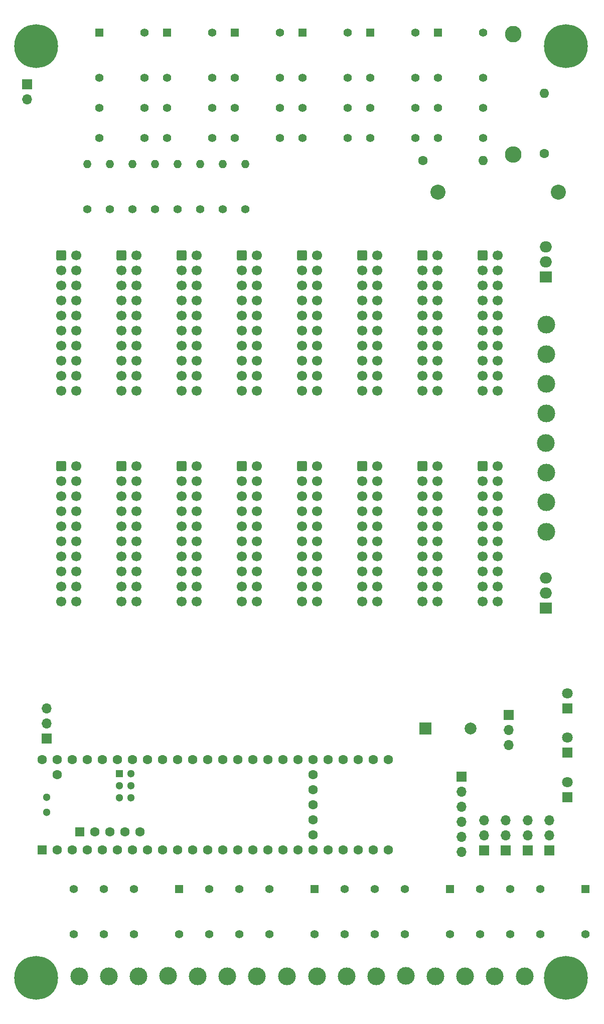
<source format=gbs>
G04 #@! TF.GenerationSoftware,KiCad,Pcbnew,8.0.4-rc2*
G04 #@! TF.CreationDate,2024-08-04T20:40:07-05:00*
G04 #@! TF.ProjectId,backplane_tracer_driver,6261636b-706c-4616-9e65-5f7472616365,rev?*
G04 #@! TF.SameCoordinates,Original*
G04 #@! TF.FileFunction,Soldermask,Bot*
G04 #@! TF.FilePolarity,Negative*
%FSLAX46Y46*%
G04 Gerber Fmt 4.6, Leading zero omitted, Abs format (unit mm)*
G04 Created by KiCad (PCBNEW 8.0.4-rc2) date 2024-08-04 20:40:07*
%MOMM*%
%LPD*%
G01*
G04 APERTURE LIST*
G04 Aperture macros list*
%AMRoundRect*
0 Rectangle with rounded corners*
0 $1 Rounding radius*
0 $2 $3 $4 $5 $6 $7 $8 $9 X,Y pos of 4 corners*
0 Add a 4 corners polygon primitive as box body*
4,1,4,$2,$3,$4,$5,$6,$7,$8,$9,$2,$3,0*
0 Add four circle primitives for the rounded corners*
1,1,$1+$1,$2,$3*
1,1,$1+$1,$4,$5*
1,1,$1+$1,$6,$7*
1,1,$1+$1,$8,$9*
0 Add four rect primitives between the rounded corners*
20,1,$1+$1,$2,$3,$4,$5,0*
20,1,$1+$1,$4,$5,$6,$7,0*
20,1,$1+$1,$6,$7,$8,$9,0*
20,1,$1+$1,$8,$9,$2,$3,0*%
G04 Aperture macros list end*
%ADD10R,1.700000X1.700000*%
%ADD11O,1.700000X1.700000*%
%ADD12R,1.400000X1.400000*%
%ADD13C,1.400000*%
%ADD14RoundRect,0.250000X-0.600000X-0.600000X0.600000X-0.600000X0.600000X0.600000X-0.600000X0.600000X0*%
%ADD15C,1.700000*%
%ADD16C,0.800000*%
%ADD17C,7.400000*%
%ADD18R,2.000000X1.905000*%
%ADD19O,2.000000X1.905000*%
%ADD20O,1.400000X1.400000*%
%ADD21C,1.600000*%
%ADD22O,1.600000X1.600000*%
%ADD23C,2.540000*%
%ADD24C,2.800000*%
%ADD25O,2.800000X2.800000*%
%ADD26R,1.600000X1.600000*%
%ADD27R,1.300000X1.300000*%
%ADD28C,1.300000*%
%ADD29C,3.000000*%
%ADD30R,2.000000X2.000000*%
%ADD31C,2.000000*%
%ADD32R,1.800000X1.800000*%
%ADD33C,1.800000*%
G04 APERTURE END LIST*
D10*
X93599000Y-108331000D03*
D11*
X93599000Y-110871000D03*
X93599000Y-113411000D03*
X93599000Y-115951000D03*
X93599000Y-118491000D03*
X93599000Y-121031000D03*
D10*
X20320000Y8514000D03*
D11*
X20320000Y5974000D03*
D10*
X104775000Y-120762000D03*
D11*
X104775000Y-118222000D03*
X104775000Y-115682000D03*
D10*
X108458000Y-120762000D03*
D11*
X108458000Y-118222000D03*
X108458000Y-115682000D03*
D10*
X101092000Y-120762000D03*
D11*
X101092000Y-118222000D03*
X101092000Y-115682000D03*
D10*
X97409000Y-120762000D03*
D11*
X97409000Y-118222000D03*
X97409000Y-115682000D03*
D10*
X23622000Y-101839000D03*
D11*
X23622000Y-99299000D03*
X23622000Y-96759000D03*
D12*
X91694000Y-127254000D03*
D13*
X84074000Y-127254000D03*
X78994000Y-127254000D03*
X73914000Y-127254000D03*
X73914000Y-134874000D03*
X78994000Y-134874000D03*
X84074000Y-134874000D03*
X91694000Y-134874000D03*
D12*
X45974000Y-127254000D03*
D13*
X38354000Y-127254000D03*
X33274000Y-127254000D03*
X28194000Y-127254000D03*
X28194000Y-134874000D03*
X33274000Y-134874000D03*
X38354000Y-134874000D03*
X45974000Y-134874000D03*
D12*
X114554000Y-127254000D03*
D13*
X106934000Y-127254000D03*
X101854000Y-127254000D03*
X96774000Y-127254000D03*
X96774000Y-134874000D03*
X101854000Y-134874000D03*
X106934000Y-134874000D03*
X114554000Y-134874000D03*
D12*
X68834000Y-127254000D03*
D13*
X61214000Y-127254000D03*
X56134000Y-127254000D03*
X51054000Y-127254000D03*
X51054000Y-134874000D03*
X56134000Y-134874000D03*
X61214000Y-134874000D03*
X68834000Y-134874000D03*
D12*
X66802000Y17272000D03*
D13*
X66802000Y9652000D03*
X66802000Y4572000D03*
X66802000Y-508000D03*
X74422000Y-508000D03*
X74422000Y4572000D03*
X74422000Y9652000D03*
X74422000Y17272000D03*
D12*
X78232000Y17272000D03*
D13*
X78232000Y9652000D03*
X78232000Y4572000D03*
X78232000Y-508000D03*
X85852000Y-508000D03*
X85852000Y4572000D03*
X85852000Y9652000D03*
X85852000Y17272000D03*
D12*
X55372000Y17272000D03*
D13*
X55372000Y9652000D03*
X55372000Y4572000D03*
X55372000Y-508000D03*
X62992000Y-508000D03*
X62992000Y4572000D03*
X62992000Y9652000D03*
X62992000Y17272000D03*
D12*
X89662000Y17272000D03*
D13*
X89662000Y9652000D03*
X89662000Y4572000D03*
X89662000Y-508000D03*
X97282000Y-508000D03*
X97282000Y4572000D03*
X97282000Y9652000D03*
X97282000Y17272000D03*
D12*
X32512000Y17272000D03*
D13*
X32512000Y9652000D03*
X32512000Y4572000D03*
X32512000Y-508000D03*
X40132000Y-508000D03*
X40132000Y4572000D03*
X40132000Y9652000D03*
X40132000Y17272000D03*
D12*
X43942000Y17272000D03*
D13*
X43942000Y9652000D03*
X43942000Y4572000D03*
X43942000Y-508000D03*
X51562000Y-508000D03*
X51562000Y4572000D03*
X51562000Y9652000D03*
X51562000Y17272000D03*
D14*
X97155000Y-20320000D03*
D15*
X99695000Y-20320000D03*
X97155000Y-22860000D03*
X99695000Y-22860000D03*
X97155000Y-25400000D03*
X99695000Y-25400000D03*
X97155000Y-27940000D03*
X99695000Y-27940000D03*
X97155000Y-30480000D03*
X99695000Y-30480000D03*
X97155000Y-33020000D03*
X99695000Y-33020000D03*
X97155000Y-35560000D03*
X99695000Y-35560000D03*
X97155000Y-38100000D03*
X99695000Y-38100000D03*
X97155000Y-40640000D03*
X99695000Y-40640000D03*
X97155000Y-43180000D03*
X99695000Y-43180000D03*
D14*
X97155000Y-55880000D03*
D15*
X99695000Y-55880000D03*
X97155000Y-58420000D03*
X99695000Y-58420000D03*
X97155000Y-60960000D03*
X99695000Y-60960000D03*
X97155000Y-63500000D03*
X99695000Y-63500000D03*
X97155000Y-66040000D03*
X99695000Y-66040000D03*
X97155000Y-68580000D03*
X99695000Y-68580000D03*
X97155000Y-71120000D03*
X99695000Y-71120000D03*
X97155000Y-73660000D03*
X99695000Y-73660000D03*
X97155000Y-76200000D03*
X99695000Y-76200000D03*
X97155000Y-78740000D03*
X99695000Y-78740000D03*
D14*
X86995000Y-20320000D03*
D15*
X89535000Y-20320000D03*
X86995000Y-22860000D03*
X89535000Y-22860000D03*
X86995000Y-25400000D03*
X89535000Y-25400000D03*
X86995000Y-27940000D03*
X89535000Y-27940000D03*
X86995000Y-30480000D03*
X89535000Y-30480000D03*
X86995000Y-33020000D03*
X89535000Y-33020000D03*
X86995000Y-35560000D03*
X89535000Y-35560000D03*
X86995000Y-38100000D03*
X89535000Y-38100000D03*
X86995000Y-40640000D03*
X89535000Y-40640000D03*
X86995000Y-43180000D03*
X89535000Y-43180000D03*
D14*
X86995000Y-55880000D03*
D15*
X89535000Y-55880000D03*
X86995000Y-58420000D03*
X89535000Y-58420000D03*
X86995000Y-60960000D03*
X89535000Y-60960000D03*
X86995000Y-63500000D03*
X89535000Y-63500000D03*
X86995000Y-66040000D03*
X89535000Y-66040000D03*
X86995000Y-68580000D03*
X89535000Y-68580000D03*
X86995000Y-71120000D03*
X89535000Y-71120000D03*
X86995000Y-73660000D03*
X89535000Y-73660000D03*
X86995000Y-76200000D03*
X89535000Y-76200000D03*
X86995000Y-78740000D03*
X89535000Y-78740000D03*
D14*
X76835000Y-20320000D03*
D15*
X79375000Y-20320000D03*
X76835000Y-22860000D03*
X79375000Y-22860000D03*
X76835000Y-25400000D03*
X79375000Y-25400000D03*
X76835000Y-27940000D03*
X79375000Y-27940000D03*
X76835000Y-30480000D03*
X79375000Y-30480000D03*
X76835000Y-33020000D03*
X79375000Y-33020000D03*
X76835000Y-35560000D03*
X79375000Y-35560000D03*
X76835000Y-38100000D03*
X79375000Y-38100000D03*
X76835000Y-40640000D03*
X79375000Y-40640000D03*
X76835000Y-43180000D03*
X79375000Y-43180000D03*
D14*
X76835000Y-55880000D03*
D15*
X79375000Y-55880000D03*
X76835000Y-58420000D03*
X79375000Y-58420000D03*
X76835000Y-60960000D03*
X79375000Y-60960000D03*
X76835000Y-63500000D03*
X79375000Y-63500000D03*
X76835000Y-66040000D03*
X79375000Y-66040000D03*
X76835000Y-68580000D03*
X79375000Y-68580000D03*
X76835000Y-71120000D03*
X79375000Y-71120000D03*
X76835000Y-73660000D03*
X79375000Y-73660000D03*
X76835000Y-76200000D03*
X79375000Y-76200000D03*
X76835000Y-78740000D03*
X79375000Y-78740000D03*
D14*
X66675000Y-20320000D03*
D15*
X69215000Y-20320000D03*
X66675000Y-22860000D03*
X69215000Y-22860000D03*
X66675000Y-25400000D03*
X69215000Y-25400000D03*
X66675000Y-27940000D03*
X69215000Y-27940000D03*
X66675000Y-30480000D03*
X69215000Y-30480000D03*
X66675000Y-33020000D03*
X69215000Y-33020000D03*
X66675000Y-35560000D03*
X69215000Y-35560000D03*
X66675000Y-38100000D03*
X69215000Y-38100000D03*
X66675000Y-40640000D03*
X69215000Y-40640000D03*
X66675000Y-43180000D03*
X69215000Y-43180000D03*
D14*
X66675000Y-55880000D03*
D15*
X69215000Y-55880000D03*
X66675000Y-58420000D03*
X69215000Y-58420000D03*
X66675000Y-60960000D03*
X69215000Y-60960000D03*
X66675000Y-63500000D03*
X69215000Y-63500000D03*
X66675000Y-66040000D03*
X69215000Y-66040000D03*
X66675000Y-68580000D03*
X69215000Y-68580000D03*
X66675000Y-71120000D03*
X69215000Y-71120000D03*
X66675000Y-73660000D03*
X69215000Y-73660000D03*
X66675000Y-76200000D03*
X69215000Y-76200000D03*
X66675000Y-78740000D03*
X69215000Y-78740000D03*
D14*
X56515000Y-20320000D03*
D15*
X59055000Y-20320000D03*
X56515000Y-22860000D03*
X59055000Y-22860000D03*
X56515000Y-25400000D03*
X59055000Y-25400000D03*
X56515000Y-27940000D03*
X59055000Y-27940000D03*
X56515000Y-30480000D03*
X59055000Y-30480000D03*
X56515000Y-33020000D03*
X59055000Y-33020000D03*
X56515000Y-35560000D03*
X59055000Y-35560000D03*
X56515000Y-38100000D03*
X59055000Y-38100000D03*
X56515000Y-40640000D03*
X59055000Y-40640000D03*
X56515000Y-43180000D03*
X59055000Y-43180000D03*
D14*
X56515000Y-55880000D03*
D15*
X59055000Y-55880000D03*
X56515000Y-58420000D03*
X59055000Y-58420000D03*
X56515000Y-60960000D03*
X59055000Y-60960000D03*
X56515000Y-63500000D03*
X59055000Y-63500000D03*
X56515000Y-66040000D03*
X59055000Y-66040000D03*
X56515000Y-68580000D03*
X59055000Y-68580000D03*
X56515000Y-71120000D03*
X59055000Y-71120000D03*
X56515000Y-73660000D03*
X59055000Y-73660000D03*
X56515000Y-76200000D03*
X59055000Y-76200000D03*
X56515000Y-78740000D03*
X59055000Y-78740000D03*
D14*
X46355000Y-20320000D03*
D15*
X48895000Y-20320000D03*
X46355000Y-22860000D03*
X48895000Y-22860000D03*
X46355000Y-25400000D03*
X48895000Y-25400000D03*
X46355000Y-27940000D03*
X48895000Y-27940000D03*
X46355000Y-30480000D03*
X48895000Y-30480000D03*
X46355000Y-33020000D03*
X48895000Y-33020000D03*
X46355000Y-35560000D03*
X48895000Y-35560000D03*
X46355000Y-38100000D03*
X48895000Y-38100000D03*
X46355000Y-40640000D03*
X48895000Y-40640000D03*
X46355000Y-43180000D03*
X48895000Y-43180000D03*
D14*
X46355000Y-55880000D03*
D15*
X48895000Y-55880000D03*
X46355000Y-58420000D03*
X48895000Y-58420000D03*
X46355000Y-60960000D03*
X48895000Y-60960000D03*
X46355000Y-63500000D03*
X48895000Y-63500000D03*
X46355000Y-66040000D03*
X48895000Y-66040000D03*
X46355000Y-68580000D03*
X48895000Y-68580000D03*
X46355000Y-71120000D03*
X48895000Y-71120000D03*
X46355000Y-73660000D03*
X48895000Y-73660000D03*
X46355000Y-76200000D03*
X48895000Y-76200000D03*
X46355000Y-78740000D03*
X48895000Y-78740000D03*
D14*
X36195000Y-20320000D03*
D15*
X38735000Y-20320000D03*
X36195000Y-22860000D03*
X38735000Y-22860000D03*
X36195000Y-25400000D03*
X38735000Y-25400000D03*
X36195000Y-27940000D03*
X38735000Y-27940000D03*
X36195000Y-30480000D03*
X38735000Y-30480000D03*
X36195000Y-33020000D03*
X38735000Y-33020000D03*
X36195000Y-35560000D03*
X38735000Y-35560000D03*
X36195000Y-38100000D03*
X38735000Y-38100000D03*
X36195000Y-40640000D03*
X38735000Y-40640000D03*
X36195000Y-43180000D03*
X38735000Y-43180000D03*
D14*
X36195000Y-55880000D03*
D15*
X38735000Y-55880000D03*
X36195000Y-58420000D03*
X38735000Y-58420000D03*
X36195000Y-60960000D03*
X38735000Y-60960000D03*
X36195000Y-63500000D03*
X38735000Y-63500000D03*
X36195000Y-66040000D03*
X38735000Y-66040000D03*
X36195000Y-68580000D03*
X38735000Y-68580000D03*
X36195000Y-71120000D03*
X38735000Y-71120000D03*
X36195000Y-73660000D03*
X38735000Y-73660000D03*
X36195000Y-76200000D03*
X38735000Y-76200000D03*
X36195000Y-78740000D03*
X38735000Y-78740000D03*
D14*
X26035000Y-20320000D03*
D15*
X28575000Y-20320000D03*
X26035000Y-22860000D03*
X28575000Y-22860000D03*
X26035000Y-25400000D03*
X28575000Y-25400000D03*
X26035000Y-27940000D03*
X28575000Y-27940000D03*
X26035000Y-30480000D03*
X28575000Y-30480000D03*
X26035000Y-33020000D03*
X28575000Y-33020000D03*
X26035000Y-35560000D03*
X28575000Y-35560000D03*
X26035000Y-38100000D03*
X28575000Y-38100000D03*
X26035000Y-40640000D03*
X28575000Y-40640000D03*
X26035000Y-43180000D03*
X28575000Y-43180000D03*
D14*
X26035000Y-55880000D03*
D15*
X28575000Y-55880000D03*
X26035000Y-58420000D03*
X28575000Y-58420000D03*
X26035000Y-60960000D03*
X28575000Y-60960000D03*
X26035000Y-63500000D03*
X28575000Y-63500000D03*
X26035000Y-66040000D03*
X28575000Y-66040000D03*
X26035000Y-68580000D03*
X28575000Y-68580000D03*
X26035000Y-71120000D03*
X28575000Y-71120000D03*
X26035000Y-73660000D03*
X28575000Y-73660000D03*
X26035000Y-76200000D03*
X28575000Y-76200000D03*
X26035000Y-78740000D03*
X28575000Y-78740000D03*
D16*
X19069000Y-142240000D03*
X19881779Y-140277779D03*
X19881779Y-144202221D03*
X21844000Y-139465000D03*
D17*
X21844000Y-142240000D03*
D16*
X21844000Y-145015000D03*
X23806221Y-140277779D03*
X23806221Y-144202221D03*
X24619000Y-142240000D03*
X108477000Y-142240000D03*
X109289779Y-140277779D03*
X109289779Y-144202221D03*
X111252000Y-139465000D03*
D17*
X111252000Y-142240000D03*
D16*
X111252000Y-145015000D03*
X113214221Y-140277779D03*
X113214221Y-144202221D03*
X114027000Y-142240000D03*
X108477000Y14986000D03*
X109289779Y16948221D03*
X109289779Y13023779D03*
X111252000Y17761000D03*
D17*
X111252000Y14986000D03*
D16*
X111252000Y12211000D03*
X113214221Y16948221D03*
X113214221Y13023779D03*
X114027000Y14986000D03*
X19069000Y14986000D03*
X19881779Y16948221D03*
X19881779Y13023779D03*
X21844000Y17761000D03*
D17*
X21844000Y14986000D03*
D16*
X21844000Y12211000D03*
X23806221Y16948221D03*
X23806221Y13023779D03*
X24619000Y14986000D03*
D18*
X107823000Y-24003000D03*
D19*
X107823000Y-21463000D03*
X107823000Y-18923000D03*
D18*
X107823000Y-79883000D03*
D19*
X107823000Y-77343000D03*
X107823000Y-74803000D03*
D13*
X38100000Y-12573000D03*
D20*
X38100000Y-4953000D03*
D21*
X107569000Y-3175000D03*
D22*
X107569000Y6985000D03*
D13*
X30480000Y-12573000D03*
D20*
X30480000Y-4953000D03*
D13*
X53340000Y-12573000D03*
D20*
X53340000Y-4953000D03*
D13*
X45720000Y-12573000D03*
D20*
X45720000Y-4953000D03*
D21*
X87122000Y-4318000D03*
D22*
X97282000Y-4318000D03*
D23*
X109982000Y-9652000D03*
X89662000Y-9652000D03*
D13*
X41910000Y-12573000D03*
D20*
X41910000Y-4953000D03*
D13*
X34290000Y-12573000D03*
D20*
X34290000Y-4953000D03*
D13*
X57150000Y-12573000D03*
D20*
X57150000Y-4953000D03*
D13*
X49530000Y-12573000D03*
D20*
X49530000Y-4953000D03*
D24*
X102362000Y17018000D03*
D25*
X102362000Y-3302000D03*
D21*
X25400000Y-107950000D03*
X39319200Y-117599200D03*
X36779200Y-117599200D03*
X34239200Y-117599200D03*
X31699200Y-117599200D03*
D26*
X29159200Y-117599200D03*
D21*
X22860000Y-105410000D03*
X25400000Y-105410000D03*
X27940000Y-105410000D03*
X30480000Y-105410000D03*
X33020000Y-105410000D03*
X35560000Y-105410000D03*
X38100000Y-105410000D03*
X40640000Y-105410000D03*
X43180000Y-105410000D03*
X45720000Y-105410000D03*
X48260000Y-105410000D03*
X50800000Y-105410000D03*
X53340000Y-105410000D03*
X55880000Y-105410000D03*
D26*
X22860000Y-120650000D03*
D21*
X25400000Y-120650000D03*
X27940000Y-120650000D03*
X30480000Y-120650000D03*
X33020000Y-120650000D03*
X35560000Y-120650000D03*
X38100000Y-120650000D03*
X40640000Y-120650000D03*
X43180000Y-120650000D03*
X45720000Y-120650000D03*
X48260000Y-120650000D03*
X50800000Y-120650000D03*
X53340000Y-120650000D03*
X58420000Y-105410000D03*
X60960000Y-105410000D03*
X63500000Y-105410000D03*
X66040000Y-105410000D03*
X68580000Y-105410000D03*
X71120000Y-105410000D03*
X73660000Y-105410000D03*
X76200000Y-105410000D03*
X78740000Y-105410000D03*
X81280000Y-105410000D03*
X81280000Y-120650000D03*
X78740000Y-120650000D03*
X76200000Y-120650000D03*
X73660000Y-120650000D03*
X55880000Y-120650000D03*
X58420000Y-120650000D03*
X60960000Y-120650000D03*
X71120000Y-120650000D03*
X68580000Y-120650000D03*
X66040000Y-120650000D03*
X63500000Y-120650000D03*
D27*
X35830000Y-107848400D03*
D28*
X37830000Y-107848400D03*
X35830000Y-109848400D03*
X37830000Y-109848400D03*
X37830000Y-111848400D03*
X35830000Y-111848400D03*
D21*
X68580000Y-118110000D03*
X68580000Y-115570000D03*
X68580000Y-113030000D03*
X68580000Y-110490000D03*
X68580000Y-107950000D03*
D28*
X23590000Y-114300000D03*
X23590000Y-111760000D03*
D29*
X69236500Y-141994500D03*
X74236500Y-141994500D03*
X79236500Y-141994500D03*
X84236500Y-141894500D03*
X89236500Y-141994500D03*
X94236500Y-141994500D03*
X99236500Y-141994500D03*
X104236500Y-141994500D03*
D10*
X101600000Y-97932000D03*
D11*
X101600000Y-100472000D03*
X101600000Y-103012000D03*
D30*
X87513000Y-100203000D03*
D31*
X95113000Y-100203000D03*
D32*
X111506000Y-96767000D03*
D33*
X111506000Y-94227000D03*
D32*
X111506000Y-104267000D03*
D33*
X111506000Y-101727000D03*
D29*
X107958000Y-67030000D03*
X107958000Y-62030000D03*
X107958000Y-57030000D03*
X107858000Y-52030000D03*
X107958000Y-47030000D03*
X107958000Y-42030000D03*
X107958000Y-37030000D03*
X107958000Y-32030000D03*
D32*
X111506000Y-111767000D03*
D33*
X111506000Y-109227000D03*
D29*
X29104500Y-141994500D03*
X34104500Y-141994500D03*
X39104500Y-141994500D03*
X44104500Y-141894500D03*
X49104500Y-141994500D03*
X54104500Y-141994500D03*
X59104500Y-141994500D03*
X64104500Y-141994500D03*
M02*

</source>
